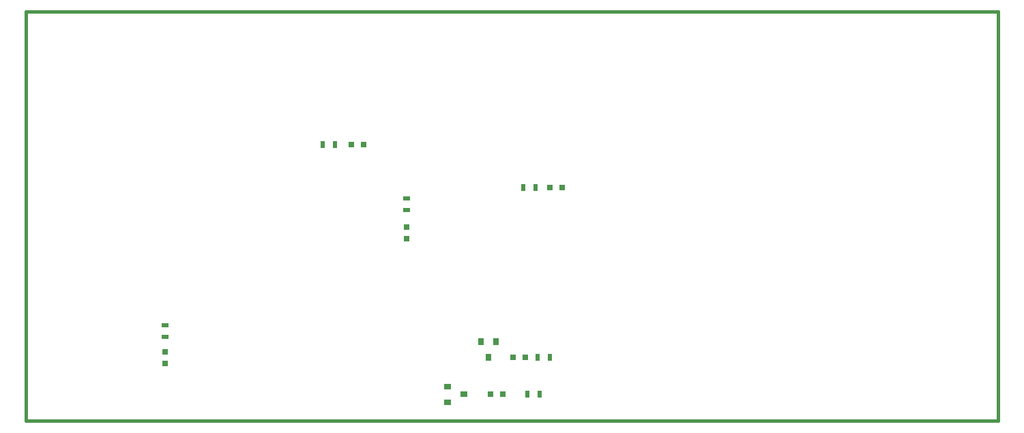
<source format=gbp>
G75*
%MOIN*%
%OFA0B0*%
%FSLAX25Y25*%
%IPPOS*%
%LPD*%
%AMOC8*
5,1,8,0,0,1.08239X$1,22.5*
%
%ADD10C,0.01600*%
%ADD11R,0.03150X0.03543*%
%ADD12R,0.03543X0.03150*%
%ADD13R,0.03150X0.03150*%
%ADD14R,0.02362X0.03543*%
%ADD15R,0.03543X0.02362*%
D10*
X0001800Y0027250D02*
X0476800Y0027250D01*
X0476800Y0227250D01*
X0001800Y0227250D01*
X0001800Y0027250D01*
D11*
X0224060Y0066187D03*
X0231540Y0066187D03*
X0227800Y0058313D03*
D12*
X0207863Y0043990D03*
X0215737Y0040250D03*
X0207863Y0036510D03*
D13*
X0228847Y0040250D03*
X0234753Y0040250D03*
X0239847Y0058250D03*
X0245753Y0058250D03*
X0187800Y0116297D03*
X0187800Y0122203D03*
X0257847Y0141250D03*
X0263753Y0141250D03*
X0166753Y0162250D03*
X0160847Y0162250D03*
X0069800Y0061203D03*
X0069800Y0055297D03*
D14*
X0246847Y0040250D03*
X0252753Y0040250D03*
X0251847Y0058250D03*
X0257753Y0058250D03*
X0250753Y0141250D03*
X0244847Y0141250D03*
X0152753Y0162250D03*
X0146847Y0162250D03*
D15*
X0187800Y0136203D03*
X0187800Y0130297D03*
X0069800Y0074203D03*
X0069800Y0068297D03*
M02*

</source>
